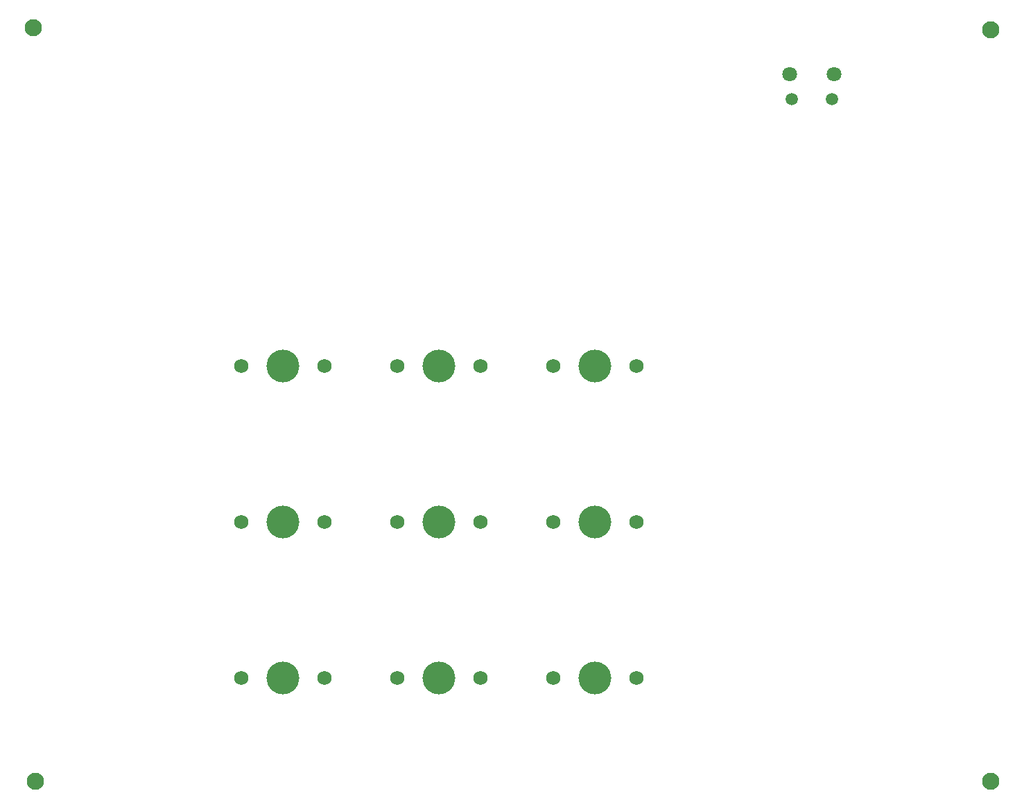
<source format=gbr>
%TF.GenerationSoftware,KiCad,Pcbnew,7.0.9*%
%TF.CreationDate,2023-12-23T17:51:51+00:00*%
%TF.ProjectId,MacroPad,4d616372-6f50-4616-942e-6b696361645f,rev?*%
%TF.SameCoordinates,Original*%
%TF.FileFunction,NonPlated,1,2,NPTH,Drill*%
%TF.FilePolarity,Positive*%
%FSLAX46Y46*%
G04 Gerber Fmt 4.6, Leading zero omitted, Abs format (unit mm)*
G04 Created by KiCad (PCBNEW 7.0.9) date 2023-12-23 17:51:51*
%MOMM*%
%LPD*%
G01*
G04 APERTURE LIST*
%TA.AperFunction,ComponentDrill*%
%ADD10C,1.500000*%
%TD*%
%TA.AperFunction,ComponentDrill*%
%ADD11C,1.750000*%
%TD*%
%TA.AperFunction,ComponentDrill*%
%ADD12C,1.800000*%
%TD*%
%TA.AperFunction,ComponentDrill*%
%ADD13C,2.100000*%
%TD*%
%TA.AperFunction,ComponentDrill*%
%ADD14C,4.000000*%
%TD*%
G04 APERTURE END LIST*
D10*
%TO.C,U1*%
X179185000Y-69200000D03*
X184035000Y-69200000D03*
D11*
%TO.C,S1*%
X111930000Y-101770000D03*
%TO.C,S4*%
X111930000Y-120820000D03*
%TO.C,S7*%
X111930000Y-139870000D03*
%TO.C,S1*%
X122090000Y-101770000D03*
%TO.C,S4*%
X122090000Y-120820000D03*
%TO.C,S7*%
X122090000Y-139870000D03*
%TO.C,S2*%
X130980000Y-101770000D03*
%TO.C,S5*%
X130980000Y-120820000D03*
%TO.C,S8*%
X130980000Y-139870000D03*
%TO.C,S2*%
X141140000Y-101770000D03*
%TO.C,S5*%
X141140000Y-120820000D03*
%TO.C,S8*%
X141140000Y-139870000D03*
%TO.C,S3*%
X150030000Y-101770000D03*
%TO.C,S6*%
X150030000Y-120820000D03*
%TO.C,S9*%
X150030000Y-139870000D03*
%TO.C,S3*%
X160190000Y-101770000D03*
%TO.C,S6*%
X160190000Y-120820000D03*
%TO.C,S9*%
X160190000Y-139870000D03*
D12*
%TO.C,U1*%
X178885000Y-66170000D03*
X184335000Y-66170000D03*
D13*
%TO.C,REF\u002A\u002A*%
X86500000Y-60500000D03*
X86750000Y-152500000D03*
X203500000Y-60750000D03*
X203500000Y-152500000D03*
D14*
%TO.C,S1*%
X117010000Y-101770000D03*
%TO.C,S4*%
X117010000Y-120820000D03*
%TO.C,S7*%
X117010000Y-139870000D03*
%TO.C,S2*%
X136060000Y-101770000D03*
%TO.C,S5*%
X136060000Y-120820000D03*
%TO.C,S8*%
X136060000Y-139870000D03*
%TO.C,S3*%
X155110000Y-101770000D03*
%TO.C,S6*%
X155110000Y-120820000D03*
%TO.C,S9*%
X155110000Y-139870000D03*
M02*

</source>
